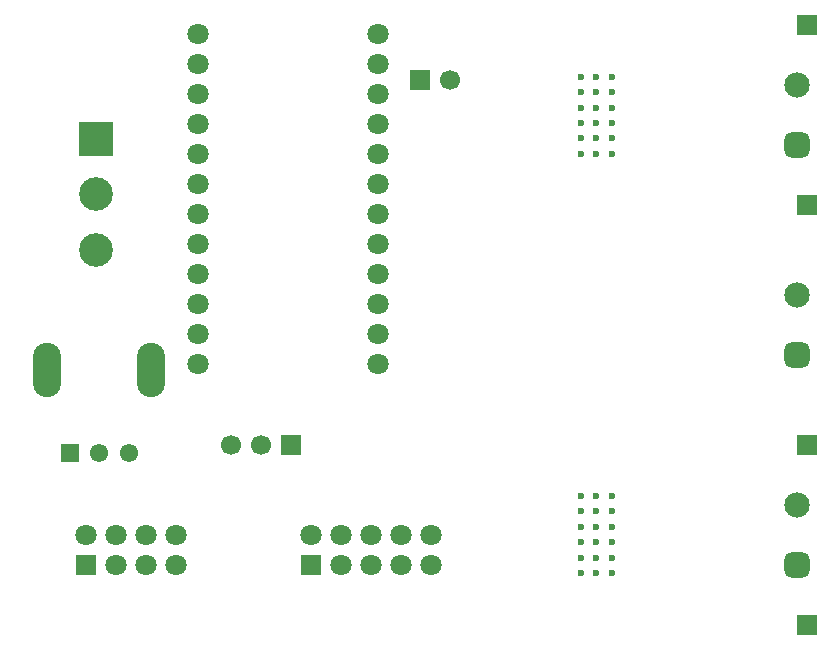
<source format=gbr>
%TF.GenerationSoftware,Altium Limited,Altium Designer,23.9.2 (47)*%
G04 Layer_Color=16711935*
%FSLAX45Y45*%
%MOMM*%
%TF.SameCoordinates,FB2876E6-207A-4176-94B4-128B36F1A8A2*%
%TF.FilePolarity,Negative*%
%TF.FileFunction,Soldermask,Bot*%
%TF.Part,Single*%
G01*
G75*
%TA.AperFunction,ComponentPad*%
%ADD25C,1.55000*%
%ADD26R,1.55000X1.55000*%
G04:AMPARAMS|DCode=27|XSize=2.4mm|YSize=4.6mm|CornerRadius=1.2mm|HoleSize=0mm|Usage=FLASHONLY|Rotation=0.000|XOffset=0mm|YOffset=0mm|HoleType=Round|Shape=RoundedRectangle|*
%AMROUNDEDRECTD27*
21,1,2.40000,2.20000,0,0,0.0*
21,1,0.00000,4.60000,0,0,0.0*
1,1,2.40000,0.00000,-1.10000*
1,1,2.40000,0.00000,-1.10000*
1,1,2.40000,0.00000,1.10000*
1,1,2.40000,0.00000,1.10000*
%
%ADD27ROUNDEDRECTD27*%
%ADD30C,2.85420*%
%ADD31R,2.85420X2.85420*%
%TA.AperFunction,ViaPad*%
%ADD34C,0.60000*%
%TA.AperFunction,ComponentPad*%
%ADD45C,1.80000*%
%ADD46R,1.80000X1.80000*%
%ADD47R,1.70000X1.70000*%
%ADD48C,1.70000*%
G04:AMPARAMS|DCode=49|XSize=2.15mm|YSize=2.15mm|CornerRadius=0.5875mm|HoleSize=0mm|Usage=FLASHONLY|Rotation=90.000|XOffset=0mm|YOffset=0mm|HoleType=Round|Shape=RoundedRectangle|*
%AMROUNDEDRECTD49*
21,1,2.15000,0.97500,0,0,90.0*
21,1,0.97500,2.15000,0,0,90.0*
1,1,1.17500,0.48750,0.48750*
1,1,1.17500,0.48750,-0.48750*
1,1,1.17500,-0.48750,-0.48750*
1,1,1.17500,-0.48750,0.48750*
%
%ADD49ROUNDEDRECTD49*%
%ADD50C,2.15000*%
D25*
X11660002Y4249999D02*
D03*
X11410000D02*
D03*
D26*
X11159998D02*
D03*
D27*
X11849999Y4949998D02*
D03*
X10970001D02*
D03*
D30*
X11380003Y5970102D02*
D03*
Y6440002D02*
D03*
D31*
Y6909902D02*
D03*
D34*
X15620000Y3235000D02*
D03*
Y3365002D02*
D03*
Y3494999D02*
D03*
Y3625002D02*
D03*
Y3754999D02*
D03*
Y3885001D02*
D03*
X15750002Y3235000D02*
D03*
Y3365002D02*
D03*
Y3494999D02*
D03*
Y3625002D02*
D03*
Y3754999D02*
D03*
Y3885001D02*
D03*
X15490002Y3235000D02*
D03*
Y3365002D02*
D03*
Y3494999D02*
D03*
Y3625002D02*
D03*
Y3754999D02*
D03*
Y3885001D02*
D03*
X15620000Y6785000D02*
D03*
Y6914998D02*
D03*
Y7045000D02*
D03*
Y7175002D02*
D03*
Y7304999D02*
D03*
Y7435002D02*
D03*
X15750002Y6785000D02*
D03*
Y6914998D02*
D03*
Y7045000D02*
D03*
Y7175002D02*
D03*
Y7304999D02*
D03*
Y7435002D02*
D03*
X15490002Y6785000D02*
D03*
Y6914998D02*
D03*
Y7045000D02*
D03*
Y7175002D02*
D03*
Y7304999D02*
D03*
Y7435002D02*
D03*
D45*
X12065000Y3556000D02*
D03*
X11811000D02*
D03*
X12065000Y3302000D02*
D03*
X11811000D02*
D03*
X11557000Y3556000D02*
D03*
Y3302000D02*
D03*
X11303000Y3556000D02*
D03*
X13774501Y5000498D02*
D03*
X12250501Y7794498D02*
D03*
Y7540498D02*
D03*
Y7286498D02*
D03*
Y7032498D02*
D03*
Y6778498D02*
D03*
Y6524498D02*
D03*
Y6270498D02*
D03*
Y6016498D02*
D03*
Y5762498D02*
D03*
Y5508498D02*
D03*
Y5254498D02*
D03*
X13774501D02*
D03*
Y5508498D02*
D03*
Y5762498D02*
D03*
Y6016498D02*
D03*
Y6270498D02*
D03*
Y6524498D02*
D03*
Y6778498D02*
D03*
Y7032498D02*
D03*
Y7286498D02*
D03*
Y7540498D02*
D03*
Y7794498D02*
D03*
X12250501Y5000498D02*
D03*
X14224001Y3556000D02*
D03*
X13970000D02*
D03*
X14224001Y3302000D02*
D03*
X13970000D02*
D03*
X13716000Y3556000D02*
D03*
Y3302000D02*
D03*
X13462000Y3556000D02*
D03*
Y3302000D02*
D03*
X13208000Y3556000D02*
D03*
D46*
X11303000Y3302000D02*
D03*
X13208000D02*
D03*
D47*
X13034000Y4320002D02*
D03*
X17400002Y2790002D02*
D03*
Y4320002D02*
D03*
X14126003Y7409998D02*
D03*
X17400002Y7870002D02*
D03*
Y6350000D02*
D03*
D48*
X12780000Y4320002D02*
D03*
X12526000D02*
D03*
X14380002Y7409998D02*
D03*
D49*
X17317004Y6862003D02*
D03*
Y5084003D02*
D03*
Y3306003D02*
D03*
D50*
Y7362002D02*
D03*
Y5584002D02*
D03*
Y3806002D02*
D03*
%TF.MD5,67294262ae4a9d5d63aef28024e69f95*%
M02*

</source>
